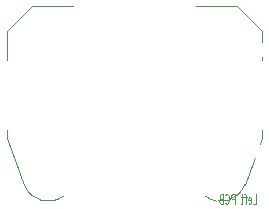
<source format=gbo>
%TF.GenerationSoftware,KiCad,Pcbnew,8.0.3*%
%TF.CreationDate,2025-03-25T09:51:50-05:00*%
%TF.ProjectId,HearingAid_ESP,48656172-696e-4674-9169-645f4553502e,rev?*%
%TF.SameCoordinates,Original*%
%TF.FileFunction,Legend,Bot*%
%TF.FilePolarity,Positive*%
%FSLAX46Y46*%
G04 Gerber Fmt 4.6, Leading zero omitted, Abs format (unit mm)*
G04 Created by KiCad (PCBNEW 8.0.3) date 2025-03-25 09:51:50*
%MOMM*%
%LPD*%
G01*
G04 APERTURE LIST*
%ADD10C,0.080000*%
%ADD11C,0.120000*%
%ADD12O,2.004000X1.104000*%
%ADD13R,1.270000X5.080000*%
%ADD14C,17.800000*%
G04 APERTURE END LIST*
D10*
X60910226Y-35517935D02*
X61148321Y-35517935D01*
X61148321Y-35517935D02*
X61148321Y-34717935D01*
X60553083Y-35479840D02*
X60600702Y-35517935D01*
X60600702Y-35517935D02*
X60695940Y-35517935D01*
X60695940Y-35517935D02*
X60743559Y-35479840D01*
X60743559Y-35479840D02*
X60767368Y-35403649D01*
X60767368Y-35403649D02*
X60767368Y-35098887D01*
X60767368Y-35098887D02*
X60743559Y-35022697D01*
X60743559Y-35022697D02*
X60695940Y-34984601D01*
X60695940Y-34984601D02*
X60600702Y-34984601D01*
X60600702Y-34984601D02*
X60553083Y-35022697D01*
X60553083Y-35022697D02*
X60529273Y-35098887D01*
X60529273Y-35098887D02*
X60529273Y-35175078D01*
X60529273Y-35175078D02*
X60767368Y-35251268D01*
X60386416Y-34984601D02*
X60195940Y-34984601D01*
X60314988Y-35517935D02*
X60314988Y-34832220D01*
X60314988Y-34832220D02*
X60291178Y-34756030D01*
X60291178Y-34756030D02*
X60243559Y-34717935D01*
X60243559Y-34717935D02*
X60195940Y-34717935D01*
X60100702Y-34984601D02*
X59910226Y-34984601D01*
X60029274Y-34717935D02*
X60029274Y-35403649D01*
X60029274Y-35403649D02*
X60005464Y-35479840D01*
X60005464Y-35479840D02*
X59957845Y-35517935D01*
X59957845Y-35517935D02*
X59910226Y-35517935D01*
X59362608Y-35517935D02*
X59362608Y-34717935D01*
X59362608Y-34717935D02*
X59172132Y-34717935D01*
X59172132Y-34717935D02*
X59124513Y-34756030D01*
X59124513Y-34756030D02*
X59100703Y-34794125D01*
X59100703Y-34794125D02*
X59076894Y-34870316D01*
X59076894Y-34870316D02*
X59076894Y-34984601D01*
X59076894Y-34984601D02*
X59100703Y-35060792D01*
X59100703Y-35060792D02*
X59124513Y-35098887D01*
X59124513Y-35098887D02*
X59172132Y-35136982D01*
X59172132Y-35136982D02*
X59362608Y-35136982D01*
X58576894Y-35441744D02*
X58600703Y-35479840D01*
X58600703Y-35479840D02*
X58672132Y-35517935D01*
X58672132Y-35517935D02*
X58719751Y-35517935D01*
X58719751Y-35517935D02*
X58791179Y-35479840D01*
X58791179Y-35479840D02*
X58838798Y-35403649D01*
X58838798Y-35403649D02*
X58862608Y-35327459D01*
X58862608Y-35327459D02*
X58886417Y-35175078D01*
X58886417Y-35175078D02*
X58886417Y-35060792D01*
X58886417Y-35060792D02*
X58862608Y-34908411D01*
X58862608Y-34908411D02*
X58838798Y-34832220D01*
X58838798Y-34832220D02*
X58791179Y-34756030D01*
X58791179Y-34756030D02*
X58719751Y-34717935D01*
X58719751Y-34717935D02*
X58672132Y-34717935D01*
X58672132Y-34717935D02*
X58600703Y-34756030D01*
X58600703Y-34756030D02*
X58576894Y-34794125D01*
X58195941Y-35098887D02*
X58124513Y-35136982D01*
X58124513Y-35136982D02*
X58100703Y-35175078D01*
X58100703Y-35175078D02*
X58076894Y-35251268D01*
X58076894Y-35251268D02*
X58076894Y-35365554D01*
X58076894Y-35365554D02*
X58100703Y-35441744D01*
X58100703Y-35441744D02*
X58124513Y-35479840D01*
X58124513Y-35479840D02*
X58172132Y-35517935D01*
X58172132Y-35517935D02*
X58362608Y-35517935D01*
X58362608Y-35517935D02*
X58362608Y-34717935D01*
X58362608Y-34717935D02*
X58195941Y-34717935D01*
X58195941Y-34717935D02*
X58148322Y-34756030D01*
X58148322Y-34756030D02*
X58124513Y-34794125D01*
X58124513Y-34794125D02*
X58100703Y-34870316D01*
X58100703Y-34870316D02*
X58100703Y-34946506D01*
X58100703Y-34946506D02*
X58124513Y-35022697D01*
X58124513Y-35022697D02*
X58148322Y-35060792D01*
X58148322Y-35060792D02*
X58195941Y-35098887D01*
X58195941Y-35098887D02*
X58362608Y-35098887D01*
D11*
%TO.C,BT2*%
X40105000Y-20870000D02*
X42185000Y-18790000D01*
X40105000Y-23330000D02*
X40105000Y-20870000D01*
X40105000Y-29960000D02*
X40105000Y-29330000D01*
X41545000Y-33910000D02*
X40105000Y-29960000D01*
X45685000Y-18790000D02*
X42185000Y-18790000D01*
X59585000Y-18790000D02*
X56085000Y-18790000D01*
X60225000Y-33910000D02*
X61665000Y-29960000D01*
X61665000Y-20870000D02*
X59585000Y-18790000D01*
X61665000Y-23330000D02*
X61665000Y-20870000D01*
X61665000Y-29960000D02*
X61665000Y-29330000D01*
X44885000Y-34880000D02*
G75*
G02*
X41559757Y-33918169I-1310000J1700000D01*
G01*
X60225000Y-33910000D02*
G75*
G02*
X56888354Y-34896530I-2030000J730001D01*
G01*
%TD*%
%LPC*%
D12*
%TO.C,J1*%
X61600000Y-31190000D03*
X61600000Y-22550000D03*
%TD*%
D13*
%TO.C,BT2*%
X61870000Y-26330000D03*
X39900000Y-26330000D03*
D14*
X50885000Y-26330000D03*
%TD*%
%LPD*%
M02*

</source>
